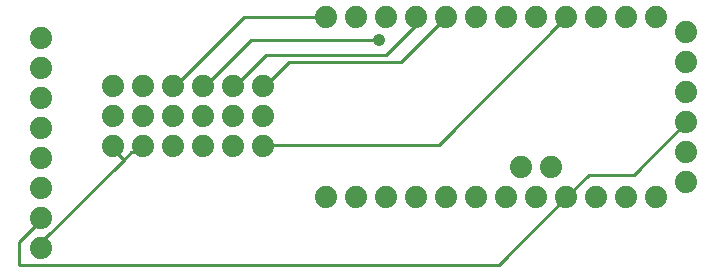
<source format=gbr>
G04 EAGLE Gerber RS-274X export*
G75*
%MOMM*%
%FSLAX34Y34*%
%LPD*%
%INBottom Copper*%
%IPPOS*%
%AMOC8*
5,1,8,0,0,1.08239X$1,22.5*%
G01*
%ADD10C,1.879600*%
%ADD11C,0.254000*%
%ADD12C,1.066800*%


D10*
X381000Y812800D03*
X406400Y812800D03*
X431800Y812800D03*
X457200Y812800D03*
X482600Y812800D03*
X508000Y812800D03*
X533400Y812800D03*
X558800Y812800D03*
X584200Y812800D03*
X609600Y812800D03*
X635000Y812800D03*
X660400Y812800D03*
X660400Y660400D03*
X635000Y660400D03*
X609600Y660400D03*
X584200Y660400D03*
X558800Y660400D03*
X533400Y660400D03*
X508000Y660400D03*
X482600Y660400D03*
X457200Y660400D03*
X431800Y660400D03*
X406400Y660400D03*
X381000Y660400D03*
X685800Y673100D03*
X685800Y698500D03*
X685800Y723900D03*
X685800Y749300D03*
X685800Y774700D03*
X685800Y800100D03*
X327660Y754380D03*
X327660Y728980D03*
X327660Y703580D03*
X546100Y685800D03*
X571500Y685800D03*
X302260Y754380D03*
X302260Y728980D03*
X302260Y703580D03*
X276860Y754380D03*
X276860Y728980D03*
X276860Y703580D03*
X251460Y754380D03*
X251460Y728980D03*
X251460Y703580D03*
X226060Y754380D03*
X226060Y728980D03*
X226060Y703580D03*
X200660Y754380D03*
X200660Y728980D03*
X200660Y703580D03*
X139700Y795020D03*
X139700Y769620D03*
X139700Y744220D03*
X139700Y718820D03*
X139700Y693420D03*
X139700Y668020D03*
X139700Y642620D03*
X139700Y617220D03*
D11*
X209550Y692150D02*
X215900Y698500D01*
X209550Y692150D02*
X139700Y622300D01*
X215900Y698500D02*
X222250Y698500D01*
X139700Y622300D02*
X139700Y617220D01*
X222250Y698500D02*
X226060Y703580D01*
X209550Y692150D02*
X203200Y698500D01*
X200660Y703580D01*
X476250Y704850D02*
X584200Y812800D01*
X476250Y704850D02*
X330200Y704850D01*
X327660Y703580D01*
X139700Y641350D02*
X120650Y622300D01*
X120650Y603250D01*
X527050Y603250D01*
X584200Y660400D01*
X139700Y642620D02*
X139700Y641350D01*
X641350Y679450D02*
X685800Y723900D01*
X641350Y679450D02*
X603250Y679450D01*
X584200Y660400D01*
X317500Y793750D02*
X279400Y755650D01*
X317500Y793750D02*
X425450Y793750D01*
X279400Y755650D02*
X276860Y754380D01*
D12*
X425450Y793750D03*
D11*
X349250Y774700D02*
X330200Y755650D01*
X349250Y774700D02*
X444500Y774700D01*
X482600Y812800D01*
X330200Y755650D02*
X327660Y754380D01*
X304800Y755650D02*
X330200Y781050D01*
X431800Y781050D01*
X457200Y806450D01*
X457200Y812800D01*
X304800Y755650D02*
X302260Y754380D01*
X254000Y755650D02*
X311150Y812800D01*
X381000Y812800D01*
X254000Y755650D02*
X251460Y754380D01*
M02*

</source>
